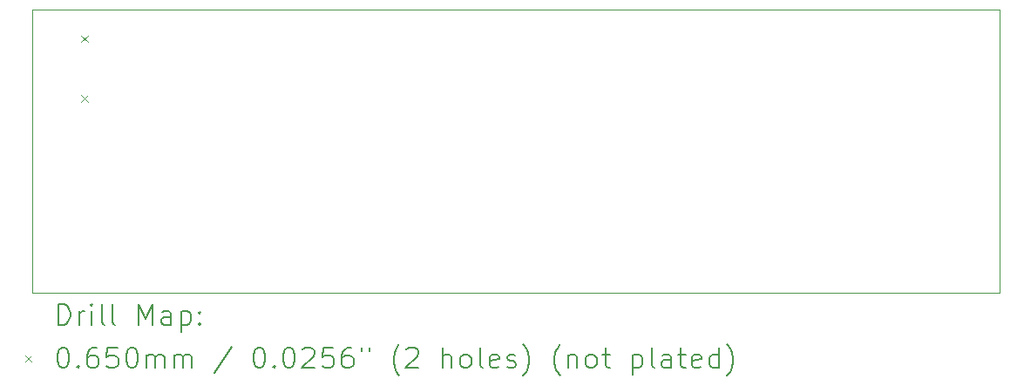
<source format=gbr>
%TF.GenerationSoftware,KiCad,Pcbnew,9.0.3*%
%TF.CreationDate,2025-08-18T18:11:48-04:00*%
%TF.ProjectId,Calender,43616c65-6e64-4657-922e-6b696361645f,rev?*%
%TF.SameCoordinates,Original*%
%TF.FileFunction,Drillmap*%
%TF.FilePolarity,Positive*%
%FSLAX45Y45*%
G04 Gerber Fmt 4.5, Leading zero omitted, Abs format (unit mm)*
G04 Created by KiCad (PCBNEW 9.0.3) date 2025-08-18 18:11:48*
%MOMM*%
%LPD*%
G01*
G04 APERTURE LIST*
%ADD10C,0.050000*%
%ADD11C,0.200000*%
%ADD12C,0.100000*%
G04 APERTURE END LIST*
D10*
X14401000Y-11525000D02*
X23799000Y-11525000D01*
X23799000Y-14275000D01*
X14401000Y-14275000D01*
X14401000Y-11525000D01*
D11*
D12*
X14878000Y-11778500D02*
X14943000Y-11843500D01*
X14943000Y-11778500D02*
X14878000Y-11843500D01*
X14878000Y-12356500D02*
X14943000Y-12421500D01*
X14943000Y-12356500D02*
X14878000Y-12421500D01*
D11*
X14659277Y-14588984D02*
X14659277Y-14388984D01*
X14659277Y-14388984D02*
X14706896Y-14388984D01*
X14706896Y-14388984D02*
X14735467Y-14398508D01*
X14735467Y-14398508D02*
X14754515Y-14417555D01*
X14754515Y-14417555D02*
X14764039Y-14436603D01*
X14764039Y-14436603D02*
X14773562Y-14474698D01*
X14773562Y-14474698D02*
X14773562Y-14503269D01*
X14773562Y-14503269D02*
X14764039Y-14541365D01*
X14764039Y-14541365D02*
X14754515Y-14560412D01*
X14754515Y-14560412D02*
X14735467Y-14579460D01*
X14735467Y-14579460D02*
X14706896Y-14588984D01*
X14706896Y-14588984D02*
X14659277Y-14588984D01*
X14859277Y-14588984D02*
X14859277Y-14455650D01*
X14859277Y-14493746D02*
X14868801Y-14474698D01*
X14868801Y-14474698D02*
X14878324Y-14465174D01*
X14878324Y-14465174D02*
X14897372Y-14455650D01*
X14897372Y-14455650D02*
X14916420Y-14455650D01*
X14983086Y-14588984D02*
X14983086Y-14455650D01*
X14983086Y-14388984D02*
X14973562Y-14398508D01*
X14973562Y-14398508D02*
X14983086Y-14408031D01*
X14983086Y-14408031D02*
X14992610Y-14398508D01*
X14992610Y-14398508D02*
X14983086Y-14388984D01*
X14983086Y-14388984D02*
X14983086Y-14408031D01*
X15106896Y-14588984D02*
X15087848Y-14579460D01*
X15087848Y-14579460D02*
X15078324Y-14560412D01*
X15078324Y-14560412D02*
X15078324Y-14388984D01*
X15211658Y-14588984D02*
X15192610Y-14579460D01*
X15192610Y-14579460D02*
X15183086Y-14560412D01*
X15183086Y-14560412D02*
X15183086Y-14388984D01*
X15440229Y-14588984D02*
X15440229Y-14388984D01*
X15440229Y-14388984D02*
X15506896Y-14531841D01*
X15506896Y-14531841D02*
X15573562Y-14388984D01*
X15573562Y-14388984D02*
X15573562Y-14588984D01*
X15754515Y-14588984D02*
X15754515Y-14484222D01*
X15754515Y-14484222D02*
X15744991Y-14465174D01*
X15744991Y-14465174D02*
X15725943Y-14455650D01*
X15725943Y-14455650D02*
X15687848Y-14455650D01*
X15687848Y-14455650D02*
X15668801Y-14465174D01*
X15754515Y-14579460D02*
X15735467Y-14588984D01*
X15735467Y-14588984D02*
X15687848Y-14588984D01*
X15687848Y-14588984D02*
X15668801Y-14579460D01*
X15668801Y-14579460D02*
X15659277Y-14560412D01*
X15659277Y-14560412D02*
X15659277Y-14541365D01*
X15659277Y-14541365D02*
X15668801Y-14522317D01*
X15668801Y-14522317D02*
X15687848Y-14512793D01*
X15687848Y-14512793D02*
X15735467Y-14512793D01*
X15735467Y-14512793D02*
X15754515Y-14503269D01*
X15849753Y-14455650D02*
X15849753Y-14655650D01*
X15849753Y-14465174D02*
X15868801Y-14455650D01*
X15868801Y-14455650D02*
X15906896Y-14455650D01*
X15906896Y-14455650D02*
X15925943Y-14465174D01*
X15925943Y-14465174D02*
X15935467Y-14474698D01*
X15935467Y-14474698D02*
X15944991Y-14493746D01*
X15944991Y-14493746D02*
X15944991Y-14550888D01*
X15944991Y-14550888D02*
X15935467Y-14569936D01*
X15935467Y-14569936D02*
X15925943Y-14579460D01*
X15925943Y-14579460D02*
X15906896Y-14588984D01*
X15906896Y-14588984D02*
X15868801Y-14588984D01*
X15868801Y-14588984D02*
X15849753Y-14579460D01*
X16030705Y-14569936D02*
X16040229Y-14579460D01*
X16040229Y-14579460D02*
X16030705Y-14588984D01*
X16030705Y-14588984D02*
X16021182Y-14579460D01*
X16021182Y-14579460D02*
X16030705Y-14569936D01*
X16030705Y-14569936D02*
X16030705Y-14588984D01*
X16030705Y-14465174D02*
X16040229Y-14474698D01*
X16040229Y-14474698D02*
X16030705Y-14484222D01*
X16030705Y-14484222D02*
X16021182Y-14474698D01*
X16021182Y-14474698D02*
X16030705Y-14465174D01*
X16030705Y-14465174D02*
X16030705Y-14484222D01*
D12*
X14333500Y-14885000D02*
X14398500Y-14950000D01*
X14398500Y-14885000D02*
X14333500Y-14950000D01*
D11*
X14697372Y-14808984D02*
X14716420Y-14808984D01*
X14716420Y-14808984D02*
X14735467Y-14818508D01*
X14735467Y-14818508D02*
X14744991Y-14828031D01*
X14744991Y-14828031D02*
X14754515Y-14847079D01*
X14754515Y-14847079D02*
X14764039Y-14885174D01*
X14764039Y-14885174D02*
X14764039Y-14932793D01*
X14764039Y-14932793D02*
X14754515Y-14970888D01*
X14754515Y-14970888D02*
X14744991Y-14989936D01*
X14744991Y-14989936D02*
X14735467Y-14999460D01*
X14735467Y-14999460D02*
X14716420Y-15008984D01*
X14716420Y-15008984D02*
X14697372Y-15008984D01*
X14697372Y-15008984D02*
X14678324Y-14999460D01*
X14678324Y-14999460D02*
X14668801Y-14989936D01*
X14668801Y-14989936D02*
X14659277Y-14970888D01*
X14659277Y-14970888D02*
X14649753Y-14932793D01*
X14649753Y-14932793D02*
X14649753Y-14885174D01*
X14649753Y-14885174D02*
X14659277Y-14847079D01*
X14659277Y-14847079D02*
X14668801Y-14828031D01*
X14668801Y-14828031D02*
X14678324Y-14818508D01*
X14678324Y-14818508D02*
X14697372Y-14808984D01*
X14849753Y-14989936D02*
X14859277Y-14999460D01*
X14859277Y-14999460D02*
X14849753Y-15008984D01*
X14849753Y-15008984D02*
X14840229Y-14999460D01*
X14840229Y-14999460D02*
X14849753Y-14989936D01*
X14849753Y-14989936D02*
X14849753Y-15008984D01*
X15030705Y-14808984D02*
X14992610Y-14808984D01*
X14992610Y-14808984D02*
X14973562Y-14818508D01*
X14973562Y-14818508D02*
X14964039Y-14828031D01*
X14964039Y-14828031D02*
X14944991Y-14856603D01*
X14944991Y-14856603D02*
X14935467Y-14894698D01*
X14935467Y-14894698D02*
X14935467Y-14970888D01*
X14935467Y-14970888D02*
X14944991Y-14989936D01*
X14944991Y-14989936D02*
X14954515Y-14999460D01*
X14954515Y-14999460D02*
X14973562Y-15008984D01*
X14973562Y-15008984D02*
X15011658Y-15008984D01*
X15011658Y-15008984D02*
X15030705Y-14999460D01*
X15030705Y-14999460D02*
X15040229Y-14989936D01*
X15040229Y-14989936D02*
X15049753Y-14970888D01*
X15049753Y-14970888D02*
X15049753Y-14923269D01*
X15049753Y-14923269D02*
X15040229Y-14904222D01*
X15040229Y-14904222D02*
X15030705Y-14894698D01*
X15030705Y-14894698D02*
X15011658Y-14885174D01*
X15011658Y-14885174D02*
X14973562Y-14885174D01*
X14973562Y-14885174D02*
X14954515Y-14894698D01*
X14954515Y-14894698D02*
X14944991Y-14904222D01*
X14944991Y-14904222D02*
X14935467Y-14923269D01*
X15230705Y-14808984D02*
X15135467Y-14808984D01*
X15135467Y-14808984D02*
X15125943Y-14904222D01*
X15125943Y-14904222D02*
X15135467Y-14894698D01*
X15135467Y-14894698D02*
X15154515Y-14885174D01*
X15154515Y-14885174D02*
X15202134Y-14885174D01*
X15202134Y-14885174D02*
X15221182Y-14894698D01*
X15221182Y-14894698D02*
X15230705Y-14904222D01*
X15230705Y-14904222D02*
X15240229Y-14923269D01*
X15240229Y-14923269D02*
X15240229Y-14970888D01*
X15240229Y-14970888D02*
X15230705Y-14989936D01*
X15230705Y-14989936D02*
X15221182Y-14999460D01*
X15221182Y-14999460D02*
X15202134Y-15008984D01*
X15202134Y-15008984D02*
X15154515Y-15008984D01*
X15154515Y-15008984D02*
X15135467Y-14999460D01*
X15135467Y-14999460D02*
X15125943Y-14989936D01*
X15364039Y-14808984D02*
X15383086Y-14808984D01*
X15383086Y-14808984D02*
X15402134Y-14818508D01*
X15402134Y-14818508D02*
X15411658Y-14828031D01*
X15411658Y-14828031D02*
X15421182Y-14847079D01*
X15421182Y-14847079D02*
X15430705Y-14885174D01*
X15430705Y-14885174D02*
X15430705Y-14932793D01*
X15430705Y-14932793D02*
X15421182Y-14970888D01*
X15421182Y-14970888D02*
X15411658Y-14989936D01*
X15411658Y-14989936D02*
X15402134Y-14999460D01*
X15402134Y-14999460D02*
X15383086Y-15008984D01*
X15383086Y-15008984D02*
X15364039Y-15008984D01*
X15364039Y-15008984D02*
X15344991Y-14999460D01*
X15344991Y-14999460D02*
X15335467Y-14989936D01*
X15335467Y-14989936D02*
X15325943Y-14970888D01*
X15325943Y-14970888D02*
X15316420Y-14932793D01*
X15316420Y-14932793D02*
X15316420Y-14885174D01*
X15316420Y-14885174D02*
X15325943Y-14847079D01*
X15325943Y-14847079D02*
X15335467Y-14828031D01*
X15335467Y-14828031D02*
X15344991Y-14818508D01*
X15344991Y-14818508D02*
X15364039Y-14808984D01*
X15516420Y-15008984D02*
X15516420Y-14875650D01*
X15516420Y-14894698D02*
X15525943Y-14885174D01*
X15525943Y-14885174D02*
X15544991Y-14875650D01*
X15544991Y-14875650D02*
X15573563Y-14875650D01*
X15573563Y-14875650D02*
X15592610Y-14885174D01*
X15592610Y-14885174D02*
X15602134Y-14904222D01*
X15602134Y-14904222D02*
X15602134Y-15008984D01*
X15602134Y-14904222D02*
X15611658Y-14885174D01*
X15611658Y-14885174D02*
X15630705Y-14875650D01*
X15630705Y-14875650D02*
X15659277Y-14875650D01*
X15659277Y-14875650D02*
X15678324Y-14885174D01*
X15678324Y-14885174D02*
X15687848Y-14904222D01*
X15687848Y-14904222D02*
X15687848Y-15008984D01*
X15783086Y-15008984D02*
X15783086Y-14875650D01*
X15783086Y-14894698D02*
X15792610Y-14885174D01*
X15792610Y-14885174D02*
X15811658Y-14875650D01*
X15811658Y-14875650D02*
X15840229Y-14875650D01*
X15840229Y-14875650D02*
X15859277Y-14885174D01*
X15859277Y-14885174D02*
X15868801Y-14904222D01*
X15868801Y-14904222D02*
X15868801Y-15008984D01*
X15868801Y-14904222D02*
X15878324Y-14885174D01*
X15878324Y-14885174D02*
X15897372Y-14875650D01*
X15897372Y-14875650D02*
X15925943Y-14875650D01*
X15925943Y-14875650D02*
X15944991Y-14885174D01*
X15944991Y-14885174D02*
X15954515Y-14904222D01*
X15954515Y-14904222D02*
X15954515Y-15008984D01*
X16344991Y-14799460D02*
X16173563Y-15056603D01*
X16602134Y-14808984D02*
X16621182Y-14808984D01*
X16621182Y-14808984D02*
X16640229Y-14818508D01*
X16640229Y-14818508D02*
X16649753Y-14828031D01*
X16649753Y-14828031D02*
X16659277Y-14847079D01*
X16659277Y-14847079D02*
X16668801Y-14885174D01*
X16668801Y-14885174D02*
X16668801Y-14932793D01*
X16668801Y-14932793D02*
X16659277Y-14970888D01*
X16659277Y-14970888D02*
X16649753Y-14989936D01*
X16649753Y-14989936D02*
X16640229Y-14999460D01*
X16640229Y-14999460D02*
X16621182Y-15008984D01*
X16621182Y-15008984D02*
X16602134Y-15008984D01*
X16602134Y-15008984D02*
X16583086Y-14999460D01*
X16583086Y-14999460D02*
X16573563Y-14989936D01*
X16573563Y-14989936D02*
X16564039Y-14970888D01*
X16564039Y-14970888D02*
X16554515Y-14932793D01*
X16554515Y-14932793D02*
X16554515Y-14885174D01*
X16554515Y-14885174D02*
X16564039Y-14847079D01*
X16564039Y-14847079D02*
X16573563Y-14828031D01*
X16573563Y-14828031D02*
X16583086Y-14818508D01*
X16583086Y-14818508D02*
X16602134Y-14808984D01*
X16754515Y-14989936D02*
X16764039Y-14999460D01*
X16764039Y-14999460D02*
X16754515Y-15008984D01*
X16754515Y-15008984D02*
X16744991Y-14999460D01*
X16744991Y-14999460D02*
X16754515Y-14989936D01*
X16754515Y-14989936D02*
X16754515Y-15008984D01*
X16887848Y-14808984D02*
X16906896Y-14808984D01*
X16906896Y-14808984D02*
X16925944Y-14818508D01*
X16925944Y-14818508D02*
X16935468Y-14828031D01*
X16935468Y-14828031D02*
X16944991Y-14847079D01*
X16944991Y-14847079D02*
X16954515Y-14885174D01*
X16954515Y-14885174D02*
X16954515Y-14932793D01*
X16954515Y-14932793D02*
X16944991Y-14970888D01*
X16944991Y-14970888D02*
X16935468Y-14989936D01*
X16935468Y-14989936D02*
X16925944Y-14999460D01*
X16925944Y-14999460D02*
X16906896Y-15008984D01*
X16906896Y-15008984D02*
X16887848Y-15008984D01*
X16887848Y-15008984D02*
X16868801Y-14999460D01*
X16868801Y-14999460D02*
X16859277Y-14989936D01*
X16859277Y-14989936D02*
X16849753Y-14970888D01*
X16849753Y-14970888D02*
X16840229Y-14932793D01*
X16840229Y-14932793D02*
X16840229Y-14885174D01*
X16840229Y-14885174D02*
X16849753Y-14847079D01*
X16849753Y-14847079D02*
X16859277Y-14828031D01*
X16859277Y-14828031D02*
X16868801Y-14818508D01*
X16868801Y-14818508D02*
X16887848Y-14808984D01*
X17030706Y-14828031D02*
X17040229Y-14818508D01*
X17040229Y-14818508D02*
X17059277Y-14808984D01*
X17059277Y-14808984D02*
X17106896Y-14808984D01*
X17106896Y-14808984D02*
X17125944Y-14818508D01*
X17125944Y-14818508D02*
X17135468Y-14828031D01*
X17135468Y-14828031D02*
X17144991Y-14847079D01*
X17144991Y-14847079D02*
X17144991Y-14866127D01*
X17144991Y-14866127D02*
X17135468Y-14894698D01*
X17135468Y-14894698D02*
X17021182Y-15008984D01*
X17021182Y-15008984D02*
X17144991Y-15008984D01*
X17325944Y-14808984D02*
X17230706Y-14808984D01*
X17230706Y-14808984D02*
X17221182Y-14904222D01*
X17221182Y-14904222D02*
X17230706Y-14894698D01*
X17230706Y-14894698D02*
X17249753Y-14885174D01*
X17249753Y-14885174D02*
X17297372Y-14885174D01*
X17297372Y-14885174D02*
X17316420Y-14894698D01*
X17316420Y-14894698D02*
X17325944Y-14904222D01*
X17325944Y-14904222D02*
X17335468Y-14923269D01*
X17335468Y-14923269D02*
X17335468Y-14970888D01*
X17335468Y-14970888D02*
X17325944Y-14989936D01*
X17325944Y-14989936D02*
X17316420Y-14999460D01*
X17316420Y-14999460D02*
X17297372Y-15008984D01*
X17297372Y-15008984D02*
X17249753Y-15008984D01*
X17249753Y-15008984D02*
X17230706Y-14999460D01*
X17230706Y-14999460D02*
X17221182Y-14989936D01*
X17506896Y-14808984D02*
X17468801Y-14808984D01*
X17468801Y-14808984D02*
X17449753Y-14818508D01*
X17449753Y-14818508D02*
X17440229Y-14828031D01*
X17440229Y-14828031D02*
X17421182Y-14856603D01*
X17421182Y-14856603D02*
X17411658Y-14894698D01*
X17411658Y-14894698D02*
X17411658Y-14970888D01*
X17411658Y-14970888D02*
X17421182Y-14989936D01*
X17421182Y-14989936D02*
X17430706Y-14999460D01*
X17430706Y-14999460D02*
X17449753Y-15008984D01*
X17449753Y-15008984D02*
X17487849Y-15008984D01*
X17487849Y-15008984D02*
X17506896Y-14999460D01*
X17506896Y-14999460D02*
X17516420Y-14989936D01*
X17516420Y-14989936D02*
X17525944Y-14970888D01*
X17525944Y-14970888D02*
X17525944Y-14923269D01*
X17525944Y-14923269D02*
X17516420Y-14904222D01*
X17516420Y-14904222D02*
X17506896Y-14894698D01*
X17506896Y-14894698D02*
X17487849Y-14885174D01*
X17487849Y-14885174D02*
X17449753Y-14885174D01*
X17449753Y-14885174D02*
X17430706Y-14894698D01*
X17430706Y-14894698D02*
X17421182Y-14904222D01*
X17421182Y-14904222D02*
X17411658Y-14923269D01*
X17602134Y-14808984D02*
X17602134Y-14847079D01*
X17678325Y-14808984D02*
X17678325Y-14847079D01*
X17973563Y-15085174D02*
X17964039Y-15075650D01*
X17964039Y-15075650D02*
X17944991Y-15047079D01*
X17944991Y-15047079D02*
X17935468Y-15028031D01*
X17935468Y-15028031D02*
X17925944Y-14999460D01*
X17925944Y-14999460D02*
X17916420Y-14951841D01*
X17916420Y-14951841D02*
X17916420Y-14913746D01*
X17916420Y-14913746D02*
X17925944Y-14866127D01*
X17925944Y-14866127D02*
X17935468Y-14837555D01*
X17935468Y-14837555D02*
X17944991Y-14818508D01*
X17944991Y-14818508D02*
X17964039Y-14789936D01*
X17964039Y-14789936D02*
X17973563Y-14780412D01*
X18040230Y-14828031D02*
X18049753Y-14818508D01*
X18049753Y-14818508D02*
X18068801Y-14808984D01*
X18068801Y-14808984D02*
X18116420Y-14808984D01*
X18116420Y-14808984D02*
X18135468Y-14818508D01*
X18135468Y-14818508D02*
X18144991Y-14828031D01*
X18144991Y-14828031D02*
X18154515Y-14847079D01*
X18154515Y-14847079D02*
X18154515Y-14866127D01*
X18154515Y-14866127D02*
X18144991Y-14894698D01*
X18144991Y-14894698D02*
X18030706Y-15008984D01*
X18030706Y-15008984D02*
X18154515Y-15008984D01*
X18392611Y-15008984D02*
X18392611Y-14808984D01*
X18478325Y-15008984D02*
X18478325Y-14904222D01*
X18478325Y-14904222D02*
X18468801Y-14885174D01*
X18468801Y-14885174D02*
X18449753Y-14875650D01*
X18449753Y-14875650D02*
X18421182Y-14875650D01*
X18421182Y-14875650D02*
X18402134Y-14885174D01*
X18402134Y-14885174D02*
X18392611Y-14894698D01*
X18602134Y-15008984D02*
X18583087Y-14999460D01*
X18583087Y-14999460D02*
X18573563Y-14989936D01*
X18573563Y-14989936D02*
X18564039Y-14970888D01*
X18564039Y-14970888D02*
X18564039Y-14913746D01*
X18564039Y-14913746D02*
X18573563Y-14894698D01*
X18573563Y-14894698D02*
X18583087Y-14885174D01*
X18583087Y-14885174D02*
X18602134Y-14875650D01*
X18602134Y-14875650D02*
X18630706Y-14875650D01*
X18630706Y-14875650D02*
X18649753Y-14885174D01*
X18649753Y-14885174D02*
X18659277Y-14894698D01*
X18659277Y-14894698D02*
X18668801Y-14913746D01*
X18668801Y-14913746D02*
X18668801Y-14970888D01*
X18668801Y-14970888D02*
X18659277Y-14989936D01*
X18659277Y-14989936D02*
X18649753Y-14999460D01*
X18649753Y-14999460D02*
X18630706Y-15008984D01*
X18630706Y-15008984D02*
X18602134Y-15008984D01*
X18783087Y-15008984D02*
X18764039Y-14999460D01*
X18764039Y-14999460D02*
X18754515Y-14980412D01*
X18754515Y-14980412D02*
X18754515Y-14808984D01*
X18935468Y-14999460D02*
X18916420Y-15008984D01*
X18916420Y-15008984D02*
X18878325Y-15008984D01*
X18878325Y-15008984D02*
X18859277Y-14999460D01*
X18859277Y-14999460D02*
X18849753Y-14980412D01*
X18849753Y-14980412D02*
X18849753Y-14904222D01*
X18849753Y-14904222D02*
X18859277Y-14885174D01*
X18859277Y-14885174D02*
X18878325Y-14875650D01*
X18878325Y-14875650D02*
X18916420Y-14875650D01*
X18916420Y-14875650D02*
X18935468Y-14885174D01*
X18935468Y-14885174D02*
X18944992Y-14904222D01*
X18944992Y-14904222D02*
X18944992Y-14923269D01*
X18944992Y-14923269D02*
X18849753Y-14942317D01*
X19021182Y-14999460D02*
X19040230Y-15008984D01*
X19040230Y-15008984D02*
X19078325Y-15008984D01*
X19078325Y-15008984D02*
X19097373Y-14999460D01*
X19097373Y-14999460D02*
X19106896Y-14980412D01*
X19106896Y-14980412D02*
X19106896Y-14970888D01*
X19106896Y-14970888D02*
X19097373Y-14951841D01*
X19097373Y-14951841D02*
X19078325Y-14942317D01*
X19078325Y-14942317D02*
X19049753Y-14942317D01*
X19049753Y-14942317D02*
X19030706Y-14932793D01*
X19030706Y-14932793D02*
X19021182Y-14913746D01*
X19021182Y-14913746D02*
X19021182Y-14904222D01*
X19021182Y-14904222D02*
X19030706Y-14885174D01*
X19030706Y-14885174D02*
X19049753Y-14875650D01*
X19049753Y-14875650D02*
X19078325Y-14875650D01*
X19078325Y-14875650D02*
X19097373Y-14885174D01*
X19173563Y-15085174D02*
X19183087Y-15075650D01*
X19183087Y-15075650D02*
X19202134Y-15047079D01*
X19202134Y-15047079D02*
X19211658Y-15028031D01*
X19211658Y-15028031D02*
X19221182Y-14999460D01*
X19221182Y-14999460D02*
X19230706Y-14951841D01*
X19230706Y-14951841D02*
X19230706Y-14913746D01*
X19230706Y-14913746D02*
X19221182Y-14866127D01*
X19221182Y-14866127D02*
X19211658Y-14837555D01*
X19211658Y-14837555D02*
X19202134Y-14818508D01*
X19202134Y-14818508D02*
X19183087Y-14789936D01*
X19183087Y-14789936D02*
X19173563Y-14780412D01*
X19535468Y-15085174D02*
X19525944Y-15075650D01*
X19525944Y-15075650D02*
X19506896Y-15047079D01*
X19506896Y-15047079D02*
X19497373Y-15028031D01*
X19497373Y-15028031D02*
X19487849Y-14999460D01*
X19487849Y-14999460D02*
X19478325Y-14951841D01*
X19478325Y-14951841D02*
X19478325Y-14913746D01*
X19478325Y-14913746D02*
X19487849Y-14866127D01*
X19487849Y-14866127D02*
X19497373Y-14837555D01*
X19497373Y-14837555D02*
X19506896Y-14818508D01*
X19506896Y-14818508D02*
X19525944Y-14789936D01*
X19525944Y-14789936D02*
X19535468Y-14780412D01*
X19611658Y-14875650D02*
X19611658Y-15008984D01*
X19611658Y-14894698D02*
X19621182Y-14885174D01*
X19621182Y-14885174D02*
X19640230Y-14875650D01*
X19640230Y-14875650D02*
X19668801Y-14875650D01*
X19668801Y-14875650D02*
X19687849Y-14885174D01*
X19687849Y-14885174D02*
X19697373Y-14904222D01*
X19697373Y-14904222D02*
X19697373Y-15008984D01*
X19821182Y-15008984D02*
X19802134Y-14999460D01*
X19802134Y-14999460D02*
X19792611Y-14989936D01*
X19792611Y-14989936D02*
X19783087Y-14970888D01*
X19783087Y-14970888D02*
X19783087Y-14913746D01*
X19783087Y-14913746D02*
X19792611Y-14894698D01*
X19792611Y-14894698D02*
X19802134Y-14885174D01*
X19802134Y-14885174D02*
X19821182Y-14875650D01*
X19821182Y-14875650D02*
X19849754Y-14875650D01*
X19849754Y-14875650D02*
X19868801Y-14885174D01*
X19868801Y-14885174D02*
X19878325Y-14894698D01*
X19878325Y-14894698D02*
X19887849Y-14913746D01*
X19887849Y-14913746D02*
X19887849Y-14970888D01*
X19887849Y-14970888D02*
X19878325Y-14989936D01*
X19878325Y-14989936D02*
X19868801Y-14999460D01*
X19868801Y-14999460D02*
X19849754Y-15008984D01*
X19849754Y-15008984D02*
X19821182Y-15008984D01*
X19944992Y-14875650D02*
X20021182Y-14875650D01*
X19973563Y-14808984D02*
X19973563Y-14980412D01*
X19973563Y-14980412D02*
X19983087Y-14999460D01*
X19983087Y-14999460D02*
X20002134Y-15008984D01*
X20002134Y-15008984D02*
X20021182Y-15008984D01*
X20240230Y-14875650D02*
X20240230Y-15075650D01*
X20240230Y-14885174D02*
X20259277Y-14875650D01*
X20259277Y-14875650D02*
X20297373Y-14875650D01*
X20297373Y-14875650D02*
X20316420Y-14885174D01*
X20316420Y-14885174D02*
X20325944Y-14894698D01*
X20325944Y-14894698D02*
X20335468Y-14913746D01*
X20335468Y-14913746D02*
X20335468Y-14970888D01*
X20335468Y-14970888D02*
X20325944Y-14989936D01*
X20325944Y-14989936D02*
X20316420Y-14999460D01*
X20316420Y-14999460D02*
X20297373Y-15008984D01*
X20297373Y-15008984D02*
X20259277Y-15008984D01*
X20259277Y-15008984D02*
X20240230Y-14999460D01*
X20449754Y-15008984D02*
X20430706Y-14999460D01*
X20430706Y-14999460D02*
X20421182Y-14980412D01*
X20421182Y-14980412D02*
X20421182Y-14808984D01*
X20611658Y-15008984D02*
X20611658Y-14904222D01*
X20611658Y-14904222D02*
X20602135Y-14885174D01*
X20602135Y-14885174D02*
X20583087Y-14875650D01*
X20583087Y-14875650D02*
X20544992Y-14875650D01*
X20544992Y-14875650D02*
X20525944Y-14885174D01*
X20611658Y-14999460D02*
X20592611Y-15008984D01*
X20592611Y-15008984D02*
X20544992Y-15008984D01*
X20544992Y-15008984D02*
X20525944Y-14999460D01*
X20525944Y-14999460D02*
X20516420Y-14980412D01*
X20516420Y-14980412D02*
X20516420Y-14961365D01*
X20516420Y-14961365D02*
X20525944Y-14942317D01*
X20525944Y-14942317D02*
X20544992Y-14932793D01*
X20544992Y-14932793D02*
X20592611Y-14932793D01*
X20592611Y-14932793D02*
X20611658Y-14923269D01*
X20678325Y-14875650D02*
X20754515Y-14875650D01*
X20706896Y-14808984D02*
X20706896Y-14980412D01*
X20706896Y-14980412D02*
X20716420Y-14999460D01*
X20716420Y-14999460D02*
X20735468Y-15008984D01*
X20735468Y-15008984D02*
X20754515Y-15008984D01*
X20897373Y-14999460D02*
X20878325Y-15008984D01*
X20878325Y-15008984D02*
X20840230Y-15008984D01*
X20840230Y-15008984D02*
X20821182Y-14999460D01*
X20821182Y-14999460D02*
X20811658Y-14980412D01*
X20811658Y-14980412D02*
X20811658Y-14904222D01*
X20811658Y-14904222D02*
X20821182Y-14885174D01*
X20821182Y-14885174D02*
X20840230Y-14875650D01*
X20840230Y-14875650D02*
X20878325Y-14875650D01*
X20878325Y-14875650D02*
X20897373Y-14885174D01*
X20897373Y-14885174D02*
X20906896Y-14904222D01*
X20906896Y-14904222D02*
X20906896Y-14923269D01*
X20906896Y-14923269D02*
X20811658Y-14942317D01*
X21078325Y-15008984D02*
X21078325Y-14808984D01*
X21078325Y-14999460D02*
X21059277Y-15008984D01*
X21059277Y-15008984D02*
X21021182Y-15008984D01*
X21021182Y-15008984D02*
X21002135Y-14999460D01*
X21002135Y-14999460D02*
X20992611Y-14989936D01*
X20992611Y-14989936D02*
X20983087Y-14970888D01*
X20983087Y-14970888D02*
X20983087Y-14913746D01*
X20983087Y-14913746D02*
X20992611Y-14894698D01*
X20992611Y-14894698D02*
X21002135Y-14885174D01*
X21002135Y-14885174D02*
X21021182Y-14875650D01*
X21021182Y-14875650D02*
X21059277Y-14875650D01*
X21059277Y-14875650D02*
X21078325Y-14885174D01*
X21154516Y-15085174D02*
X21164039Y-15075650D01*
X21164039Y-15075650D02*
X21183087Y-15047079D01*
X21183087Y-15047079D02*
X21192611Y-15028031D01*
X21192611Y-15028031D02*
X21202135Y-14999460D01*
X21202135Y-14999460D02*
X21211658Y-14951841D01*
X21211658Y-14951841D02*
X21211658Y-14913746D01*
X21211658Y-14913746D02*
X21202135Y-14866127D01*
X21202135Y-14866127D02*
X21192611Y-14837555D01*
X21192611Y-14837555D02*
X21183087Y-14818508D01*
X21183087Y-14818508D02*
X21164039Y-14789936D01*
X21164039Y-14789936D02*
X21154516Y-14780412D01*
M02*

</source>
